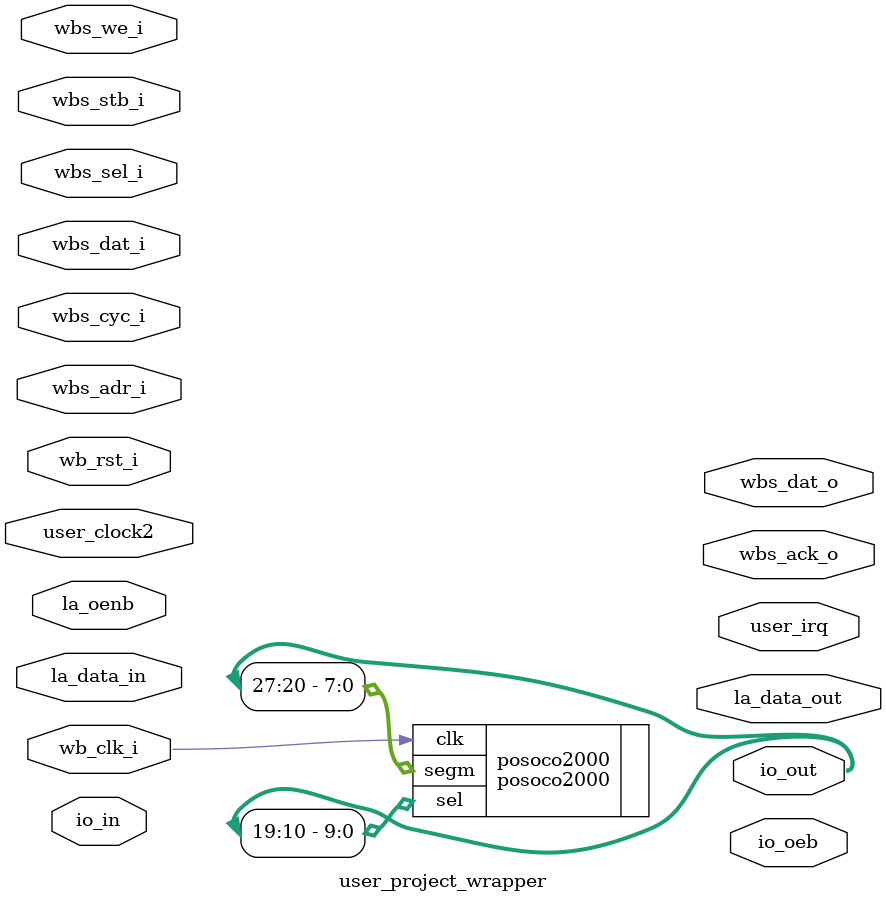
<source format=v>
module user_project_wrapper (user_clock2,
    wb_clk_i,
    wb_rst_i,
    wbs_ack_o,
    wbs_cyc_i,
    wbs_stb_i,
    wbs_we_i,
    io_in,
    io_oeb,
    io_out,
    la_data_in,
    la_data_out,
    la_oenb,
    user_irq,
    wbs_adr_i,
    wbs_dat_i,
    wbs_dat_o,
    wbs_sel_i);
 input user_clock2;
 input wb_clk_i;
 input wb_rst_i;
 output wbs_ack_o;
 input wbs_cyc_i;
 input wbs_stb_i;
 input wbs_we_i;
 input [37:0] io_in;
 output [37:0] io_oeb;
 output [37:0] io_out;
 input [63:0] la_data_in;
 output [63:0] la_data_out;
 input [63:0] la_oenb;
 output [2:0] user_irq;
 input [31:0] wbs_adr_i;
 input [31:0] wbs_dat_i;
 output [31:0] wbs_dat_o;
 input [3:0] wbs_sel_i;


 posoco2000 posoco2000 (.clk(wb_clk_i),
    .segm({io_out[27],
    io_out[26],
    io_out[25],
    io_out[24],
    io_out[23],
    io_out[22],
    io_out[21],
    io_out[20]}),
    .sel({io_out[19],
    io_out[18],
    io_out[17],
    io_out[16],
    io_out[15],
    io_out[14],
    io_out[13],
    io_out[12],
    io_out[11],
    io_out[10]}));
endmodule


</source>
